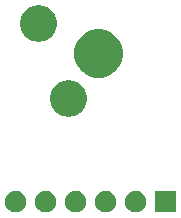
<source format=gbr>
G04 #@! TF.GenerationSoftware,KiCad,Pcbnew,(5.1.5-0-10_14)*
G04 #@! TF.CreationDate,2020-01-23T15:24:22+01:00*
G04 #@! TF.ProjectId,Cherry MX Breakout Board (Kailh Socket),43686572-7279-4204-9d58-20427265616b,v1*
G04 #@! TF.SameCoordinates,Original*
G04 #@! TF.FileFunction,Soldermask,Top*
G04 #@! TF.FilePolarity,Negative*
%FSLAX46Y46*%
G04 Gerber Fmt 4.6, Leading zero omitted, Abs format (unit mm)*
G04 Created by KiCad (PCBNEW (5.1.5-0-10_14)) date 2020-01-23 15:24:22*
%MOMM*%
%LPD*%
G04 APERTURE LIST*
%ADD10C,0.100000*%
G04 APERTURE END LIST*
D10*
G36*
X159993000Y-118847000D02*
G01*
X158191000Y-118847000D01*
X158191000Y-117045000D01*
X159993000Y-117045000D01*
X159993000Y-118847000D01*
G37*
G36*
X156665512Y-117049927D02*
G01*
X156814812Y-117079624D01*
X156978784Y-117147544D01*
X157126354Y-117246147D01*
X157251853Y-117371646D01*
X157350456Y-117519216D01*
X157418376Y-117683188D01*
X157453000Y-117857259D01*
X157453000Y-118034741D01*
X157418376Y-118208812D01*
X157350456Y-118372784D01*
X157251853Y-118520354D01*
X157126354Y-118645853D01*
X156978784Y-118744456D01*
X156814812Y-118812376D01*
X156665512Y-118842073D01*
X156640742Y-118847000D01*
X156463258Y-118847000D01*
X156438488Y-118842073D01*
X156289188Y-118812376D01*
X156125216Y-118744456D01*
X155977646Y-118645853D01*
X155852147Y-118520354D01*
X155753544Y-118372784D01*
X155685624Y-118208812D01*
X155651000Y-118034741D01*
X155651000Y-117857259D01*
X155685624Y-117683188D01*
X155753544Y-117519216D01*
X155852147Y-117371646D01*
X155977646Y-117246147D01*
X156125216Y-117147544D01*
X156289188Y-117079624D01*
X156438488Y-117049927D01*
X156463258Y-117045000D01*
X156640742Y-117045000D01*
X156665512Y-117049927D01*
G37*
G36*
X154125512Y-117049927D02*
G01*
X154274812Y-117079624D01*
X154438784Y-117147544D01*
X154586354Y-117246147D01*
X154711853Y-117371646D01*
X154810456Y-117519216D01*
X154878376Y-117683188D01*
X154913000Y-117857259D01*
X154913000Y-118034741D01*
X154878376Y-118208812D01*
X154810456Y-118372784D01*
X154711853Y-118520354D01*
X154586354Y-118645853D01*
X154438784Y-118744456D01*
X154274812Y-118812376D01*
X154125512Y-118842073D01*
X154100742Y-118847000D01*
X153923258Y-118847000D01*
X153898488Y-118842073D01*
X153749188Y-118812376D01*
X153585216Y-118744456D01*
X153437646Y-118645853D01*
X153312147Y-118520354D01*
X153213544Y-118372784D01*
X153145624Y-118208812D01*
X153111000Y-118034741D01*
X153111000Y-117857259D01*
X153145624Y-117683188D01*
X153213544Y-117519216D01*
X153312147Y-117371646D01*
X153437646Y-117246147D01*
X153585216Y-117147544D01*
X153749188Y-117079624D01*
X153898488Y-117049927D01*
X153923258Y-117045000D01*
X154100742Y-117045000D01*
X154125512Y-117049927D01*
G37*
G36*
X151585512Y-117049927D02*
G01*
X151734812Y-117079624D01*
X151898784Y-117147544D01*
X152046354Y-117246147D01*
X152171853Y-117371646D01*
X152270456Y-117519216D01*
X152338376Y-117683188D01*
X152373000Y-117857259D01*
X152373000Y-118034741D01*
X152338376Y-118208812D01*
X152270456Y-118372784D01*
X152171853Y-118520354D01*
X152046354Y-118645853D01*
X151898784Y-118744456D01*
X151734812Y-118812376D01*
X151585512Y-118842073D01*
X151560742Y-118847000D01*
X151383258Y-118847000D01*
X151358488Y-118842073D01*
X151209188Y-118812376D01*
X151045216Y-118744456D01*
X150897646Y-118645853D01*
X150772147Y-118520354D01*
X150673544Y-118372784D01*
X150605624Y-118208812D01*
X150571000Y-118034741D01*
X150571000Y-117857259D01*
X150605624Y-117683188D01*
X150673544Y-117519216D01*
X150772147Y-117371646D01*
X150897646Y-117246147D01*
X151045216Y-117147544D01*
X151209188Y-117079624D01*
X151358488Y-117049927D01*
X151383258Y-117045000D01*
X151560742Y-117045000D01*
X151585512Y-117049927D01*
G37*
G36*
X149045512Y-117049927D02*
G01*
X149194812Y-117079624D01*
X149358784Y-117147544D01*
X149506354Y-117246147D01*
X149631853Y-117371646D01*
X149730456Y-117519216D01*
X149798376Y-117683188D01*
X149833000Y-117857259D01*
X149833000Y-118034741D01*
X149798376Y-118208812D01*
X149730456Y-118372784D01*
X149631853Y-118520354D01*
X149506354Y-118645853D01*
X149358784Y-118744456D01*
X149194812Y-118812376D01*
X149045512Y-118842073D01*
X149020742Y-118847000D01*
X148843258Y-118847000D01*
X148818488Y-118842073D01*
X148669188Y-118812376D01*
X148505216Y-118744456D01*
X148357646Y-118645853D01*
X148232147Y-118520354D01*
X148133544Y-118372784D01*
X148065624Y-118208812D01*
X148031000Y-118034741D01*
X148031000Y-117857259D01*
X148065624Y-117683188D01*
X148133544Y-117519216D01*
X148232147Y-117371646D01*
X148357646Y-117246147D01*
X148505216Y-117147544D01*
X148669188Y-117079624D01*
X148818488Y-117049927D01*
X148843258Y-117045000D01*
X149020742Y-117045000D01*
X149045512Y-117049927D01*
G37*
G36*
X146505512Y-117049927D02*
G01*
X146654812Y-117079624D01*
X146818784Y-117147544D01*
X146966354Y-117246147D01*
X147091853Y-117371646D01*
X147190456Y-117519216D01*
X147258376Y-117683188D01*
X147293000Y-117857259D01*
X147293000Y-118034741D01*
X147258376Y-118208812D01*
X147190456Y-118372784D01*
X147091853Y-118520354D01*
X146966354Y-118645853D01*
X146818784Y-118744456D01*
X146654812Y-118812376D01*
X146505512Y-118842073D01*
X146480742Y-118847000D01*
X146303258Y-118847000D01*
X146278488Y-118842073D01*
X146129188Y-118812376D01*
X145965216Y-118744456D01*
X145817646Y-118645853D01*
X145692147Y-118520354D01*
X145593544Y-118372784D01*
X145525624Y-118208812D01*
X145491000Y-118034741D01*
X145491000Y-117857259D01*
X145525624Y-117683188D01*
X145593544Y-117519216D01*
X145692147Y-117371646D01*
X145817646Y-117246147D01*
X145965216Y-117147544D01*
X146129188Y-117079624D01*
X146278488Y-117049927D01*
X146303258Y-117045000D01*
X146480742Y-117045000D01*
X146505512Y-117049927D01*
G37*
G36*
X151178585Y-107698802D02*
G01*
X151328410Y-107728604D01*
X151610674Y-107845521D01*
X151864705Y-108015259D01*
X152080741Y-108231295D01*
X152250479Y-108485326D01*
X152367396Y-108767590D01*
X152427000Y-109067240D01*
X152427000Y-109372760D01*
X152367396Y-109672410D01*
X152250479Y-109954674D01*
X152080741Y-110208705D01*
X151864705Y-110424741D01*
X151610674Y-110594479D01*
X151328410Y-110711396D01*
X151178585Y-110741198D01*
X151028761Y-110771000D01*
X150723239Y-110771000D01*
X150573415Y-110741198D01*
X150423590Y-110711396D01*
X150141326Y-110594479D01*
X149887295Y-110424741D01*
X149671259Y-110208705D01*
X149501521Y-109954674D01*
X149384604Y-109672410D01*
X149325000Y-109372760D01*
X149325000Y-109067240D01*
X149384604Y-108767590D01*
X149501521Y-108485326D01*
X149671259Y-108231295D01*
X149887295Y-108015259D01*
X150141326Y-107845521D01*
X150423590Y-107728604D01*
X150573415Y-107698802D01*
X150723239Y-107669000D01*
X151028761Y-107669000D01*
X151178585Y-107698802D01*
G37*
G36*
X154014254Y-103437818D02*
G01*
X154387511Y-103592426D01*
X154387513Y-103592427D01*
X154723436Y-103816884D01*
X155009116Y-104102564D01*
X155221889Y-104421000D01*
X155233574Y-104438489D01*
X155388182Y-104811746D01*
X155467000Y-105207993D01*
X155467000Y-105612007D01*
X155388182Y-106008254D01*
X155233574Y-106381511D01*
X155233573Y-106381513D01*
X155009116Y-106717436D01*
X154723436Y-107003116D01*
X154387513Y-107227573D01*
X154387512Y-107227574D01*
X154387511Y-107227574D01*
X154014254Y-107382182D01*
X153618007Y-107461000D01*
X153213993Y-107461000D01*
X152817746Y-107382182D01*
X152444489Y-107227574D01*
X152444488Y-107227574D01*
X152444487Y-107227573D01*
X152108564Y-107003116D01*
X151822884Y-106717436D01*
X151598427Y-106381513D01*
X151598426Y-106381511D01*
X151443818Y-106008254D01*
X151365000Y-105612007D01*
X151365000Y-105207993D01*
X151443818Y-104811746D01*
X151598426Y-104438489D01*
X151610112Y-104421000D01*
X151822884Y-104102564D01*
X152108564Y-103816884D01*
X152444487Y-103592427D01*
X152444489Y-103592426D01*
X152817746Y-103437818D01*
X153213993Y-103359000D01*
X153618007Y-103359000D01*
X154014254Y-103437818D01*
G37*
G36*
X148638585Y-101348802D02*
G01*
X148788410Y-101378604D01*
X149070674Y-101495521D01*
X149324705Y-101665259D01*
X149540741Y-101881295D01*
X149710479Y-102135326D01*
X149827396Y-102417590D01*
X149887000Y-102717240D01*
X149887000Y-103022760D01*
X149827396Y-103322410D01*
X149710479Y-103604674D01*
X149540741Y-103858705D01*
X149324705Y-104074741D01*
X149070674Y-104244479D01*
X148788410Y-104361396D01*
X148638585Y-104391198D01*
X148488761Y-104421000D01*
X148183239Y-104421000D01*
X148033415Y-104391198D01*
X147883590Y-104361396D01*
X147601326Y-104244479D01*
X147347295Y-104074741D01*
X147131259Y-103858705D01*
X146961521Y-103604674D01*
X146844604Y-103322410D01*
X146785000Y-103022760D01*
X146785000Y-102717240D01*
X146844604Y-102417590D01*
X146961521Y-102135326D01*
X147131259Y-101881295D01*
X147347295Y-101665259D01*
X147601326Y-101495521D01*
X147883590Y-101378604D01*
X148033415Y-101348802D01*
X148183239Y-101319000D01*
X148488761Y-101319000D01*
X148638585Y-101348802D01*
G37*
M02*

</source>
